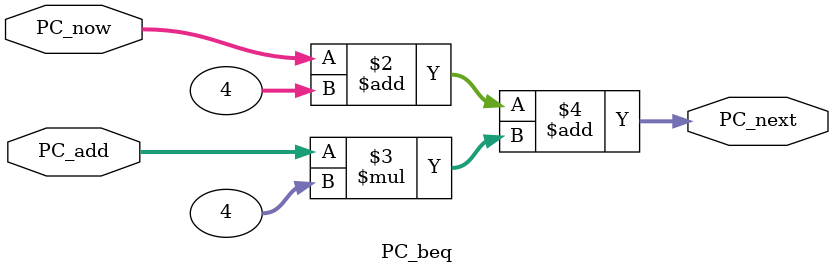
<source format=v>
`timescale 1ns / 1ps


module PC_beq(input [31:0]PC_now,input [31:0]PC_add,output reg[31:0]PC_next);
    always@(*)
    begin
        PC_next=PC_now+4+PC_add*4;
    end
endmodule

</source>
